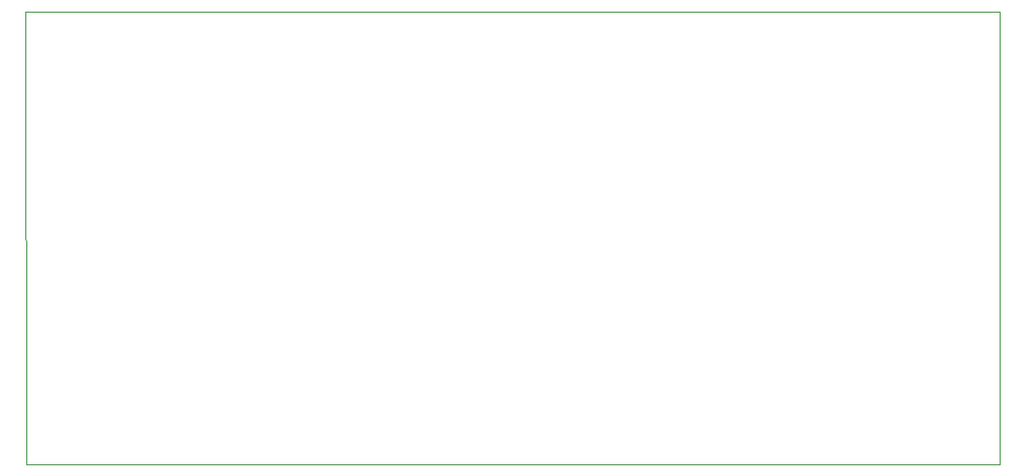
<source format=gbr>
%TF.GenerationSoftware,KiCad,Pcbnew,7.0.1*%
%TF.CreationDate,2023-04-28T17:46:53+02:00*%
%TF.ProjectId,4_switch_pcb,345f7377-6974-4636-985f-7063622e6b69,rev?*%
%TF.SameCoordinates,Original*%
%TF.FileFunction,Profile,NP*%
%FSLAX46Y46*%
G04 Gerber Fmt 4.6, Leading zero omitted, Abs format (unit mm)*
G04 Created by KiCad (PCBNEW 7.0.1) date 2023-04-28 17:46:53*
%MOMM*%
%LPD*%
G01*
G04 APERTURE LIST*
%TA.AperFunction,Profile*%
%ADD10C,0.100000*%
%TD*%
G04 APERTURE END LIST*
D10*
X105000000Y-96012000D02*
X105000000Y-96012000D01*
X105000000Y-96012000D02*
X104902000Y-56642000D01*
X104902000Y-56642000D02*
X189484000Y-56642000D01*
X189500000Y-96012000D02*
X105000000Y-96012000D01*
X189484000Y-56642000D02*
X189500000Y-96012000D01*
M02*

</source>
